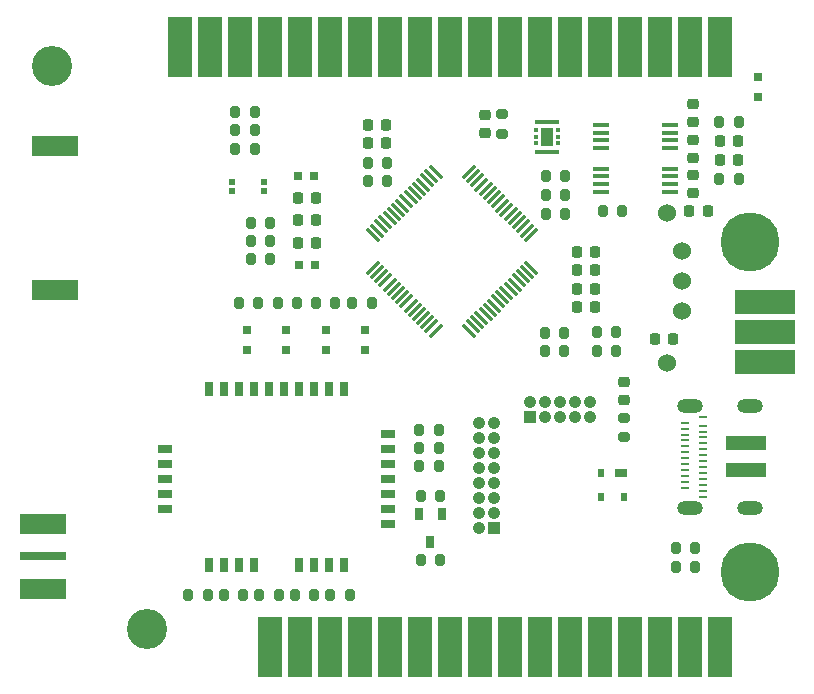
<source format=gts>
%TF.GenerationSoftware,KiCad,Pcbnew,8.0.4*%
%TF.CreationDate,2024-10-23T22:06:26+09:00*%
%TF.ProjectId,balsun,62616c73-756e-42e6-9b69-6361645f7063,rev?*%
%TF.SameCoordinates,Original*%
%TF.FileFunction,Soldermask,Top*%
%TF.FilePolarity,Negative*%
%FSLAX46Y46*%
G04 Gerber Fmt 4.6, Leading zero omitted, Abs format (unit mm)*
G04 Created by KiCad (PCBNEW 8.0.4) date 2024-10-23 22:06:26*
%MOMM*%
%LPD*%
G01*
G04 APERTURE LIST*
G04 Aperture macros list*
%AMRoundRect*
0 Rectangle with rounded corners*
0 $1 Rounding radius*
0 $2 $3 $4 $5 $6 $7 $8 $9 X,Y pos of 4 corners*
0 Add a 4 corners polygon primitive as box body*
4,1,4,$2,$3,$4,$5,$6,$7,$8,$9,$2,$3,0*
0 Add four circle primitives for the rounded corners*
1,1,$1+$1,$2,$3*
1,1,$1+$1,$4,$5*
1,1,$1+$1,$6,$7*
1,1,$1+$1,$8,$9*
0 Add four rect primitives between the rounded corners*
20,1,$1+$1,$2,$3,$4,$5,0*
20,1,$1+$1,$4,$5,$6,$7,0*
20,1,$1+$1,$6,$7,$8,$9,0*
20,1,$1+$1,$8,$9,$2,$3,0*%
%AMRotRect*
0 Rectangle, with rotation*
0 The origin of the aperture is its center*
0 $1 length*
0 $2 width*
0 $3 Rotation angle, in degrees counterclockwise*
0 Add horizontal line*
21,1,$1,$2,0,0,$3*%
G04 Aperture macros list end*
%ADD10C,1.530000*%
%ADD11RoundRect,0.200000X0.200000X0.275000X-0.200000X0.275000X-0.200000X-0.275000X0.200000X-0.275000X0*%
%ADD12R,0.700000X1.000000*%
%ADD13R,0.650000X0.250000*%
%ADD14O,2.200000X1.200000*%
%ADD15R,0.650000X0.270000*%
%ADD16R,3.500000X1.250000*%
%ADD17R,1.050000X1.050000*%
%ADD18C,1.050000*%
%ADD19R,1.475000X0.450000*%
%ADD20R,0.375000X0.350000*%
%ADD21R,2.100000X0.400000*%
%ADD22R,1.100000X1.500000*%
%ADD23R,0.800000X1.200000*%
%ADD24R,1.200000X0.800000*%
%ADD25RotRect,0.300000X1.475000X225.000000*%
%ADD26RotRect,0.300000X1.475000X135.000000*%
%ADD27R,0.650000X0.700000*%
%ADD28R,1.000000X0.700000*%
%ADD29R,0.600000X0.700000*%
%ADD30R,4.000000X1.800000*%
%ADD31R,4.000000X0.760000*%
%ADD32R,4.000000X1.810000*%
%ADD33RoundRect,0.200000X-0.200000X-0.275000X0.200000X-0.275000X0.200000X0.275000X-0.200000X0.275000X0*%
%ADD34RoundRect,0.225000X-0.225000X-0.250000X0.225000X-0.250000X0.225000X0.250000X-0.225000X0.250000X0*%
%ADD35R,0.800000X0.800000*%
%ADD36RoundRect,0.200000X-0.275000X0.200000X-0.275000X-0.200000X0.275000X-0.200000X0.275000X0.200000X0*%
%ADD37C,1.524000*%
%ADD38C,5.000000*%
%ADD39R,2.000000X2.540000*%
%ADD40RoundRect,0.225000X0.225000X0.250000X-0.225000X0.250000X-0.225000X-0.250000X0.225000X-0.250000X0*%
%ADD41C,3.400000*%
%ADD42RoundRect,0.225000X-0.250000X0.225000X-0.250000X-0.225000X0.250000X-0.225000X0.250000X0.225000X0*%
%ADD43RoundRect,0.225000X0.250000X-0.225000X0.250000X0.225000X-0.250000X0.225000X-0.250000X-0.225000X0*%
%ADD44R,2.540000X2.000000*%
%ADD45R,0.550000X0.550000*%
G04 APERTURE END LIST*
D10*
%TO.C,U1*%
X211425000Y-101650000D03*
X211425000Y-88950000D03*
%TD*%
D11*
%TO.C,R15*%
X192225000Y-112900000D03*
X190575000Y-112900000D03*
%TD*%
D12*
%TO.C,Q1*%
X192350000Y-114400000D03*
X190450000Y-114400000D03*
X191400000Y-116800000D03*
%TD*%
D13*
%TO.C,J5*%
X212950000Y-112200000D03*
X212950000Y-111700000D03*
X212950000Y-111200000D03*
X212950000Y-110700000D03*
X212950000Y-110200000D03*
X212950000Y-109700000D03*
X212950000Y-109200000D03*
X212950000Y-108700000D03*
X212950000Y-108200000D03*
X212950000Y-107700000D03*
X212950000Y-107200000D03*
X212950000Y-106700000D03*
X214450000Y-106950000D03*
X214450000Y-107450000D03*
X214450000Y-107950000D03*
X214450000Y-108450000D03*
X214450000Y-108950000D03*
X214450000Y-109450000D03*
X214450000Y-109950000D03*
X214450000Y-110450000D03*
X214450000Y-110950000D03*
X214450000Y-111450000D03*
X214450000Y-111950000D03*
X214450000Y-112450000D03*
D14*
X213375000Y-113895000D03*
X213375000Y-105255000D03*
X218475000Y-113895000D03*
X218475000Y-105255000D03*
D15*
X214450000Y-112960000D03*
X214450000Y-106190000D03*
D16*
X218125000Y-110700000D03*
X218125000Y-108450000D03*
%TD*%
D17*
%TO.C,J1*%
X199855000Y-106175000D03*
D18*
X199855000Y-104905000D03*
X201125000Y-106175000D03*
X201125000Y-104905000D03*
X202395000Y-106175000D03*
X202395000Y-104905000D03*
X203665000Y-106175000D03*
X203665000Y-104905000D03*
X204935000Y-106175000D03*
X204935000Y-104905000D03*
%TD*%
D19*
%TO.C,IC6*%
X205837000Y-85200000D03*
X205837000Y-85850000D03*
X205837000Y-86500000D03*
X205837000Y-87150000D03*
X211713000Y-87150000D03*
X211713000Y-86500000D03*
X211713000Y-85850000D03*
X211713000Y-85200000D03*
%TD*%
%TO.C,IC5*%
X205824000Y-81500000D03*
X205824000Y-82150000D03*
X205824000Y-82800000D03*
X205824000Y-83450000D03*
X211700000Y-83450000D03*
X211700000Y-82800000D03*
X211700000Y-82150000D03*
X211700000Y-81500000D03*
%TD*%
D20*
%TO.C,IC4*%
X200362000Y-81950000D03*
X200362000Y-82500000D03*
X200362000Y-83050000D03*
X202237000Y-83050000D03*
X202237000Y-82500000D03*
X202237000Y-81950000D03*
D21*
X201300000Y-81250000D03*
X201300000Y-83750000D03*
D22*
X201300000Y-82500000D03*
%TD*%
D23*
%TO.C,IC2*%
X172685000Y-118730000D03*
X173955000Y-118730000D03*
X175225000Y-118730000D03*
X176495000Y-118730000D03*
X180305000Y-118730000D03*
X181575000Y-118730000D03*
X182845000Y-118730000D03*
X184115000Y-118730000D03*
D24*
X187805000Y-115310000D03*
X187805000Y-114040000D03*
X187805000Y-112770000D03*
X187805000Y-111500000D03*
X187805000Y-110230000D03*
X187805000Y-108960000D03*
X187805000Y-107690000D03*
D23*
X184115000Y-103870000D03*
X182845000Y-103870000D03*
X181575000Y-103870000D03*
X180305000Y-103870000D03*
X179035000Y-103870000D03*
X177765000Y-103870000D03*
X176495000Y-103870000D03*
X175225000Y-103870000D03*
X173955000Y-103870000D03*
X172685000Y-103870000D03*
D24*
X168945000Y-108960000D03*
X168945000Y-110230000D03*
X168945000Y-111500000D03*
X168945000Y-112770000D03*
X168945000Y-114040000D03*
%TD*%
D25*
%TO.C,IC1*%
X194650128Y-98899829D03*
X195003682Y-98546276D03*
X195357235Y-98192722D03*
X195710788Y-97839169D03*
X196064342Y-97485616D03*
X196417895Y-97132062D03*
X196771449Y-96778509D03*
X197125002Y-96424955D03*
X197478555Y-96071402D03*
X197832109Y-95717849D03*
X198185662Y-95364295D03*
X198539216Y-95010742D03*
X198892769Y-94657188D03*
X199246322Y-94303635D03*
X199599876Y-93950082D03*
X199953429Y-93596528D03*
D26*
X199953429Y-90785072D03*
X199599876Y-90431518D03*
X199246322Y-90077965D03*
X198892769Y-89724412D03*
X198539216Y-89370858D03*
X198185662Y-89017305D03*
X197832109Y-88663751D03*
X197478555Y-88310198D03*
X197125002Y-87956645D03*
X196771449Y-87603091D03*
X196417895Y-87249538D03*
X196064342Y-86895984D03*
X195710788Y-86542431D03*
X195357235Y-86188878D03*
X195003682Y-85835324D03*
X194650128Y-85481771D03*
D25*
X191838672Y-85481771D03*
X191485118Y-85835324D03*
X191131565Y-86188878D03*
X190778012Y-86542431D03*
X190424458Y-86895984D03*
X190070905Y-87249538D03*
X189717351Y-87603091D03*
X189363798Y-87956645D03*
X189010245Y-88310198D03*
X188656691Y-88663751D03*
X188303138Y-89017305D03*
X187949584Y-89370858D03*
X187596031Y-89724412D03*
X187242478Y-90077965D03*
X186888924Y-90431518D03*
X186535371Y-90785072D03*
D26*
X186535371Y-93596528D03*
X186888924Y-93950082D03*
X187242478Y-94303635D03*
X187596031Y-94657188D03*
X187949584Y-95010742D03*
X188303138Y-95364295D03*
X188656691Y-95717849D03*
X189010245Y-96071402D03*
X189363798Y-96424955D03*
X189717351Y-96778509D03*
X190070905Y-97132062D03*
X190424458Y-97485616D03*
X190778012Y-97839169D03*
X191131565Y-98192722D03*
X191485118Y-98546276D03*
X191838672Y-98899829D03*
%TD*%
D27*
%TO.C,FB2*%
X180250000Y-93350000D03*
X181600000Y-93350000D03*
%TD*%
%TO.C,FB1*%
X181550000Y-85825000D03*
X180200000Y-85825000D03*
%TD*%
D28*
%TO.C,D1*%
X207550000Y-111000000D03*
D29*
X205850000Y-111000000D03*
X205850000Y-113000000D03*
X207750000Y-113000000D03*
%TD*%
D30*
%TO.C,ANT1*%
X159600000Y-95500000D03*
X159600000Y-83300000D03*
%TD*%
D31*
%TO.C,J6*%
X158600000Y-118025000D03*
D32*
X158600000Y-115260000D03*
X158600000Y-120790000D03*
%TD*%
D33*
%TO.C,R37*%
X205975000Y-88800000D03*
X207625000Y-88800000D03*
%TD*%
D34*
%TO.C,C2*%
X180175000Y-91450000D03*
X181725000Y-91450000D03*
%TD*%
D35*
%TO.C,L3*%
X185900000Y-98875000D03*
X185900000Y-100525000D03*
%TD*%
D34*
%TO.C,C13*%
X215900000Y-84475000D03*
X217450000Y-84475000D03*
%TD*%
D36*
%TO.C,R32*%
X197500000Y-80600000D03*
X197500000Y-82250000D03*
%TD*%
D33*
%TO.C,R2*%
X174875000Y-81900000D03*
X176525000Y-81900000D03*
%TD*%
D11*
%TO.C,R25*%
X187725000Y-86259000D03*
X186075000Y-86259000D03*
%TD*%
%TO.C,R31*%
X217487000Y-81280000D03*
X215837000Y-81280000D03*
%TD*%
D17*
%TO.C,J4*%
X196800000Y-115580000D03*
D18*
X195530000Y-115580000D03*
X196800000Y-114310000D03*
X195530000Y-114310000D03*
X196800000Y-113040000D03*
X195530000Y-113040000D03*
X196800000Y-111770000D03*
X195530000Y-111770000D03*
X196800000Y-110500000D03*
X195530000Y-110500000D03*
X196800000Y-109230000D03*
X195530000Y-109230000D03*
X196800000Y-107960000D03*
X195530000Y-107960000D03*
X196800000Y-106690000D03*
X195530000Y-106690000D03*
%TD*%
D35*
%TO.C,L4*%
X179200000Y-98875000D03*
X179200000Y-100525000D03*
%TD*%
D37*
%TO.C,IC3*%
X212700000Y-97240000D03*
X212700000Y-94700000D03*
X212700000Y-92160000D03*
%TD*%
D11*
%TO.C,R14*%
X192225000Y-118300000D03*
X190575000Y-118300000D03*
%TD*%
%TO.C,R33*%
X217525000Y-86050000D03*
X215875000Y-86050000D03*
%TD*%
D33*
%TO.C,R24*%
X190444000Y-110337000D03*
X192094000Y-110337000D03*
%TD*%
D11*
%TO.C,R28*%
X183325000Y-96600000D03*
X181675000Y-96600000D03*
%TD*%
D33*
%TO.C,R7*%
X176175000Y-89800000D03*
X177825000Y-89800000D03*
%TD*%
D11*
%TO.C,R26*%
X187725000Y-84725000D03*
X186075000Y-84725000D03*
%TD*%
%TO.C,R6*%
X177825000Y-91300000D03*
X176175000Y-91300000D03*
%TD*%
%TO.C,R10*%
X181550000Y-121300000D03*
X179900000Y-121300000D03*
%TD*%
D35*
%TO.C,L1*%
X175900000Y-98875000D03*
X175900000Y-100525000D03*
%TD*%
D33*
%TO.C,R35*%
X201100000Y-99075000D03*
X202750000Y-99075000D03*
%TD*%
D38*
%TO.C,H3*%
X218450000Y-91412500D03*
%TD*%
D11*
%TO.C,R21*%
X202825000Y-87400000D03*
X201175000Y-87400000D03*
%TD*%
D33*
%TO.C,R22*%
X190444000Y-108813000D03*
X192094000Y-108813000D03*
%TD*%
D34*
%TO.C,C7*%
X180150000Y-89550000D03*
X181700000Y-89550000D03*
%TD*%
D39*
%TO.C,P1*%
X215920000Y-76140000D03*
X215920000Y-73600000D03*
X213380000Y-76140000D03*
X213380000Y-73600000D03*
X210840000Y-76140000D03*
X210840000Y-73600000D03*
X208300000Y-76140000D03*
X208300000Y-73600000D03*
X205760000Y-76140000D03*
X205760000Y-73600000D03*
X203220000Y-76140000D03*
X203220000Y-73600000D03*
X200680000Y-76140000D03*
X200680000Y-73600000D03*
X198140000Y-76140000D03*
X198140000Y-73600000D03*
X193060000Y-76140000D03*
X193060000Y-73600000D03*
X190520000Y-76140000D03*
X190520000Y-73600000D03*
X187980000Y-76140000D03*
X187980000Y-73600000D03*
X185440000Y-76140000D03*
X185440000Y-73600000D03*
X182900000Y-76140000D03*
X182900000Y-73600000D03*
X180360000Y-76140000D03*
X180360000Y-73600000D03*
X177820000Y-76140000D03*
X177820000Y-73600000D03*
X175280000Y-76140000D03*
X175280000Y-73600000D03*
X172740000Y-76140000D03*
X172740000Y-73600000D03*
X170200000Y-76140000D03*
X170200000Y-73600000D03*
X195600000Y-76140000D03*
X195600000Y-73600000D03*
%TD*%
D40*
%TO.C,C10*%
X187675000Y-83025000D03*
X186125000Y-83025000D03*
%TD*%
%TO.C,C1*%
X181725000Y-87650000D03*
X180175000Y-87650000D03*
%TD*%
D34*
%TO.C,C14*%
X210425000Y-99600000D03*
X211975000Y-99600000D03*
%TD*%
D33*
%TO.C,R36*%
X201100000Y-100625000D03*
X202750000Y-100625000D03*
%TD*%
D11*
%TO.C,R8*%
X178550000Y-121300000D03*
X176900000Y-121300000D03*
%TD*%
D41*
%TO.C,H4*%
X159400000Y-76500000D03*
%TD*%
D42*
%TO.C,C17*%
X213600000Y-85725000D03*
X213600000Y-87275000D03*
%TD*%
D34*
%TO.C,C15*%
X215900000Y-82875000D03*
X217450000Y-82875000D03*
%TD*%
D11*
%TO.C,R11*%
X175550000Y-121300000D03*
X173900000Y-121300000D03*
%TD*%
%TO.C,R13*%
X172550000Y-121300000D03*
X170900000Y-121300000D03*
%TD*%
D35*
%TO.C,L2*%
X182600000Y-98875000D03*
X182600000Y-100525000D03*
%TD*%
D34*
%TO.C,C5*%
X203825000Y-95362000D03*
X205375000Y-95362000D03*
%TD*%
D33*
%TO.C,R18*%
X205475000Y-99050000D03*
X207125000Y-99050000D03*
%TD*%
%TO.C,R30*%
X178475000Y-96600000D03*
X180125000Y-96600000D03*
%TD*%
D11*
%TO.C,R20*%
X192094000Y-107289000D03*
X190444000Y-107289000D03*
%TD*%
%TO.C,R4*%
X213825000Y-117300000D03*
X212175000Y-117300000D03*
%TD*%
D33*
%TO.C,R27*%
X175175000Y-96600000D03*
X176825000Y-96600000D03*
%TD*%
%TO.C,R1*%
X174875000Y-83500000D03*
X176525000Y-83500000D03*
%TD*%
D41*
%TO.C,H5*%
X167375000Y-124175000D03*
%TD*%
D43*
%TO.C,C12*%
X213600000Y-81275000D03*
X213600000Y-79725000D03*
%TD*%
D34*
%TO.C,C9*%
X203825000Y-96900000D03*
X205375000Y-96900000D03*
%TD*%
%TO.C,C16*%
X213325000Y-88800000D03*
X214875000Y-88800000D03*
%TD*%
D44*
%TO.C,H1*%
X218450000Y-101600000D03*
X220990000Y-101600000D03*
X218450000Y-99060000D03*
X220990000Y-99060000D03*
X218450000Y-96520000D03*
X220990000Y-96520000D03*
%TD*%
D33*
%TO.C,R16*%
X176175000Y-92800000D03*
X177825000Y-92800000D03*
%TD*%
D34*
%TO.C,C8*%
X203825000Y-92262000D03*
X205375000Y-92262000D03*
%TD*%
D45*
%TO.C,S2*%
X174625000Y-86325000D03*
X174625000Y-87075000D03*
X177275000Y-87075000D03*
X177275000Y-86325000D03*
%TD*%
D11*
%TO.C,R19*%
X202825000Y-89000000D03*
X201175000Y-89000000D03*
%TD*%
D35*
%TO.C,L5*%
X219100000Y-79100000D03*
X219100000Y-77450000D03*
%TD*%
D36*
%TO.C,R12*%
X207800000Y-106275000D03*
X207800000Y-107925000D03*
%TD*%
D11*
%TO.C,R3*%
X176525000Y-80400000D03*
X174875000Y-80400000D03*
%TD*%
D42*
%TO.C,C11*%
X196000000Y-80650000D03*
X196000000Y-82200000D03*
%TD*%
D33*
%TO.C,R29*%
X184775000Y-96600000D03*
X186425000Y-96600000D03*
%TD*%
D39*
%TO.C,J2*%
X177800000Y-124460000D03*
X177800000Y-127000000D03*
X180340000Y-124460000D03*
X180340000Y-127000000D03*
X182880000Y-124460000D03*
X182880000Y-127000000D03*
X185420000Y-124460000D03*
X185420000Y-127000000D03*
X187960000Y-124460000D03*
X187960000Y-127000000D03*
X190500000Y-124460000D03*
X190500000Y-127000000D03*
X193040000Y-124460000D03*
X193040000Y-127000000D03*
X195580000Y-124460000D03*
X195580000Y-127000000D03*
X198120000Y-124460000D03*
X198120000Y-127000000D03*
X200660000Y-124460000D03*
X200660000Y-127000000D03*
X203200000Y-124460000D03*
X203200000Y-127000000D03*
X205740000Y-124460000D03*
X205740000Y-127000000D03*
X208280000Y-124460000D03*
X208280000Y-127000000D03*
X210820000Y-124460000D03*
X210820000Y-127000000D03*
X213360000Y-124460000D03*
X213360000Y-127000000D03*
X215900000Y-124460000D03*
X215900000Y-127000000D03*
%TD*%
D34*
%TO.C,C6*%
X203825000Y-93800000D03*
X205375000Y-93800000D03*
%TD*%
D40*
%TO.C,C4*%
X187675000Y-81525000D03*
X186125000Y-81525000D03*
%TD*%
D33*
%TO.C,R34*%
X205475000Y-100630000D03*
X207125000Y-100630000D03*
%TD*%
D11*
%TO.C,R9*%
X184550000Y-121300000D03*
X182900000Y-121300000D03*
%TD*%
%TO.C,R5*%
X213825000Y-118900000D03*
X212175000Y-118900000D03*
%TD*%
D38*
%TO.C,H2*%
X218425000Y-119350000D03*
%TD*%
D43*
%TO.C,C18*%
X213600000Y-84275000D03*
X213600000Y-82725000D03*
%TD*%
D33*
%TO.C,R23*%
X201175000Y-85800000D03*
X202825000Y-85800000D03*
%TD*%
D43*
%TO.C,C3*%
X207800000Y-104775000D03*
X207800000Y-103225000D03*
%TD*%
M02*

</source>
